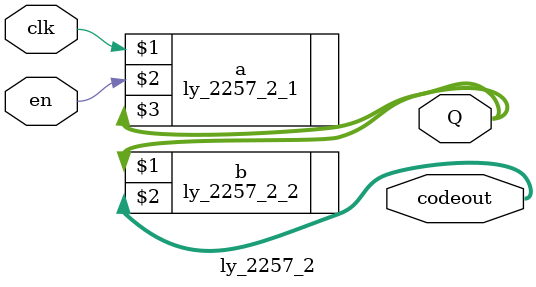
<source format=v>
module ly_2257_2(clk,en,Q,codeout); //彩灯控制器
input clk,en;
output [2:0] Q;  //计数器输出
output [6:0] codeout;  //译码器输出
ly_2257_2_1 a(clk,en,Q);  //调用计数器子模块
ly_2257_2_2 b(Q,codeout); //调用译码器子模块
endmodule
</source>
